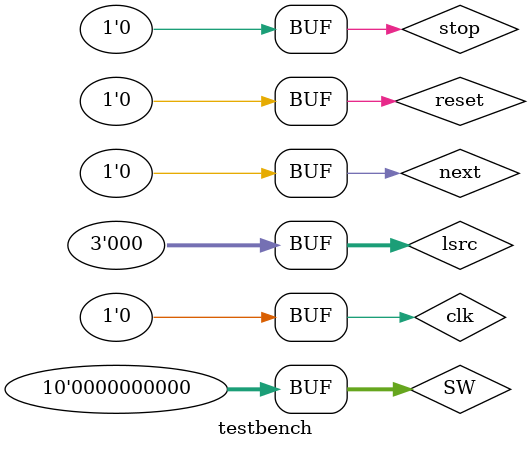
<source format=v>
`timescale 1ns / 1ps


module testbench();

    reg clk,reset,next,stop;
    reg [9:0] SW;
    reg [2:0] lsrc;
    wire [15:0] LED;
    wire [6:0] C;
    wire [7:0] AN;
    parameter period=5;
    
    //instantiate device to be tested
    top dut(clk,reset,lsrc,LED);
    
    always begin
    clk<=1;
    #period;
    clk<=0;
    #period;
    end
    
    initial begin
    reset<=1;
    #22;
    reset<=0;
    #10575;
    reset<=1;
    #10;
    reset<=0;
    end
    
    initial next<=0;
    initial stop<=0;
    
    initial SW<=10'b0;
    
    initial lsrc<=3'b0;

endmodule

</source>
